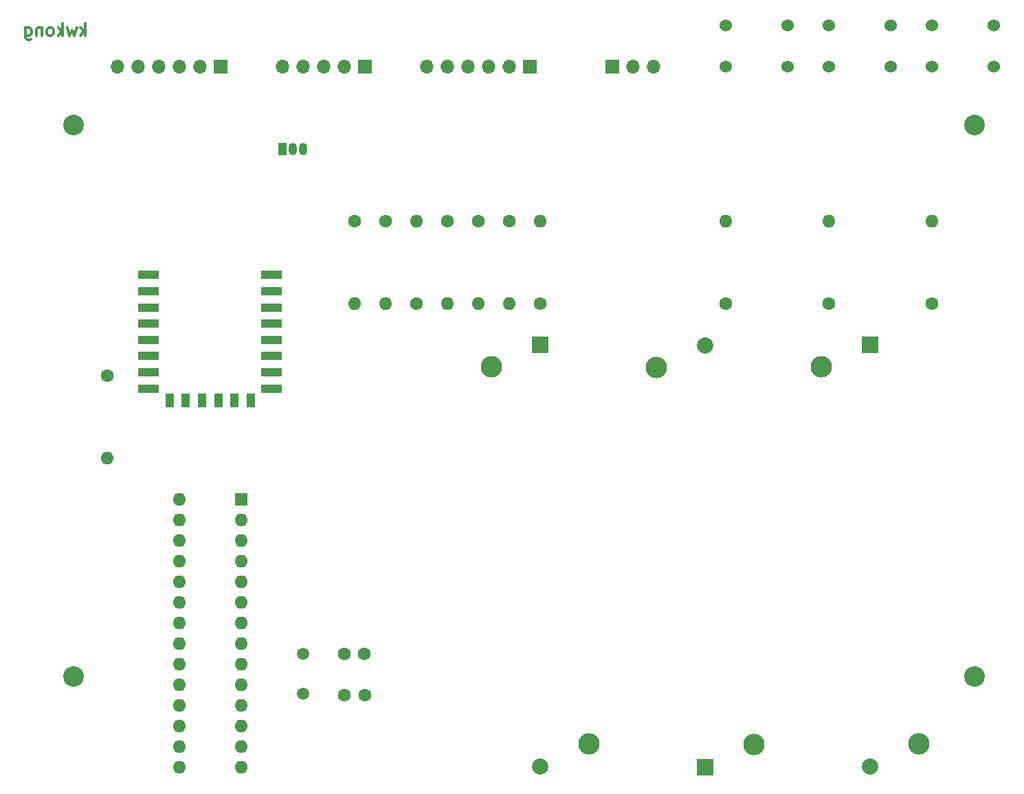
<source format=gbr>
%TF.GenerationSoftware,KiCad,Pcbnew,(5.1.9)-1*%
%TF.CreationDate,2021-03-08T13:05:13-05:00*%
%TF.ProjectId,eInk-picture-frame,65496e6b-2d70-4696-9374-7572652d6672,rev?*%
%TF.SameCoordinates,Original*%
%TF.FileFunction,Soldermask,Bot*%
%TF.FilePolarity,Negative*%
%FSLAX46Y46*%
G04 Gerber Fmt 4.6, Leading zero omitted, Abs format (unit mm)*
G04 Created by KiCad (PCBNEW (5.1.9)-1) date 2021-03-08 13:05:13*
%MOMM*%
%LPD*%
G01*
G04 APERTURE LIST*
%ADD10C,0.300000*%
%ADD11O,1.700000X1.700000*%
%ADD12R,1.700000X1.700000*%
%ADD13C,2.540000*%
%ADD14C,1.500000*%
%ADD15C,1.524000*%
%ADD16O,1.600000X1.600000*%
%ADD17R,1.600000X1.600000*%
%ADD18C,1.600000*%
%ADD19R,2.500000X1.000000*%
%ADD20R,1.000000X1.800000*%
%ADD21R,1.050000X1.500000*%
%ADD22O,1.050000X1.500000*%
%ADD23R,2.000000X2.000000*%
%ADD24C,2.000000*%
%ADD25C,2.640000*%
G04 APERTURE END LIST*
D10*
X87498571Y-45763571D02*
X87498571Y-44263571D01*
X87355714Y-45192142D02*
X86927142Y-45763571D01*
X86927142Y-44763571D02*
X87498571Y-45335000D01*
X86427142Y-44763571D02*
X86141428Y-45763571D01*
X85855714Y-45049285D01*
X85570000Y-45763571D01*
X85284285Y-44763571D01*
X84712857Y-45763571D02*
X84712857Y-44263571D01*
X84570000Y-45192142D02*
X84141428Y-45763571D01*
X84141428Y-44763571D02*
X84712857Y-45335000D01*
X83284285Y-45763571D02*
X83427142Y-45692142D01*
X83498571Y-45620714D01*
X83570000Y-45477857D01*
X83570000Y-45049285D01*
X83498571Y-44906428D01*
X83427142Y-44835000D01*
X83284285Y-44763571D01*
X83070000Y-44763571D01*
X82927142Y-44835000D01*
X82855714Y-44906428D01*
X82784285Y-45049285D01*
X82784285Y-45477857D01*
X82855714Y-45620714D01*
X82927142Y-45692142D01*
X83070000Y-45763571D01*
X83284285Y-45763571D01*
X82141428Y-44763571D02*
X82141428Y-45763571D01*
X82141428Y-44906428D02*
X82070000Y-44835000D01*
X81927142Y-44763571D01*
X81712857Y-44763571D01*
X81570000Y-44835000D01*
X81498571Y-44977857D01*
X81498571Y-45763571D01*
X80141428Y-44763571D02*
X80141428Y-45977857D01*
X80212857Y-46120714D01*
X80284285Y-46192142D01*
X80427142Y-46263571D01*
X80641428Y-46263571D01*
X80784285Y-46192142D01*
X80141428Y-45692142D02*
X80284285Y-45763571D01*
X80570000Y-45763571D01*
X80712857Y-45692142D01*
X80784285Y-45620714D01*
X80855714Y-45477857D01*
X80855714Y-45049285D01*
X80784285Y-44906428D01*
X80712857Y-44835000D01*
X80570000Y-44763571D01*
X80284285Y-44763571D01*
X80141428Y-44835000D01*
D11*
%TO.C,J3*%
X157480000Y-49530000D03*
X154940000Y-49530000D03*
D12*
X152400000Y-49530000D03*
%TD*%
D13*
%TO.C,REF\u002A\u002A*%
X197050000Y-56770000D03*
X197050000Y-124770000D03*
X86050000Y-56770000D03*
X86050000Y-124770000D03*
%TD*%
D14*
%TO.C,Y1*%
X114300000Y-126820000D03*
X114300000Y-121920000D03*
%TD*%
D15*
%TO.C,U6*%
X186690000Y-44450000D03*
X186690000Y-49530000D03*
X179070000Y-44450000D03*
X179070000Y-49530000D03*
%TD*%
D16*
%TO.C,U5*%
X99060000Y-102870000D03*
X106680000Y-135890000D03*
X99060000Y-105410000D03*
X106680000Y-133350000D03*
X99060000Y-107950000D03*
X106680000Y-130810000D03*
X99060000Y-110490000D03*
X106680000Y-128270000D03*
X99060000Y-113030000D03*
X106680000Y-125730000D03*
X99060000Y-115570000D03*
X106680000Y-123190000D03*
X99060000Y-118110000D03*
X106680000Y-120650000D03*
X99060000Y-120650000D03*
X106680000Y-118110000D03*
X99060000Y-123190000D03*
X106680000Y-115570000D03*
X99060000Y-125730000D03*
X106680000Y-113030000D03*
X99060000Y-128270000D03*
X106680000Y-110490000D03*
X99060000Y-130810000D03*
X106680000Y-107950000D03*
X99060000Y-133350000D03*
X106680000Y-105410000D03*
X99060000Y-135890000D03*
D17*
X106680000Y-102870000D03*
%TD*%
D11*
%TO.C,U4*%
X129540000Y-49530000D03*
X132080000Y-49530000D03*
X134620000Y-49530000D03*
X137160000Y-49530000D03*
X139700000Y-49530000D03*
D12*
X142240000Y-49530000D03*
%TD*%
D15*
%TO.C,U2*%
X166370000Y-49530000D03*
X166370000Y-44450000D03*
X173990000Y-49530000D03*
X173990000Y-44450000D03*
%TD*%
D16*
%TO.C,R11*%
X128270000Y-68580000D03*
D18*
X128270000Y-78740000D03*
%TD*%
D16*
%TO.C,R10*%
X132080000Y-78740000D03*
D18*
X132080000Y-68580000D03*
%TD*%
D16*
%TO.C,R9*%
X179070000Y-68580000D03*
D18*
X179070000Y-78740000D03*
%TD*%
D16*
%TO.C,R8*%
X120650000Y-78740000D03*
D18*
X120650000Y-68580000D03*
%TD*%
D16*
%TO.C,R7*%
X124460000Y-78740000D03*
D18*
X124460000Y-68580000D03*
%TD*%
D16*
%TO.C,R6*%
X166370000Y-68580000D03*
D18*
X166370000Y-78740000D03*
%TD*%
D16*
%TO.C,R5*%
X135890000Y-78740000D03*
D18*
X135890000Y-68580000D03*
%TD*%
D16*
%TO.C,R4*%
X139700000Y-78740000D03*
D18*
X139700000Y-68580000D03*
%TD*%
D16*
%TO.C,R1*%
X143510000Y-68580000D03*
D18*
X143510000Y-78740000D03*
%TD*%
D11*
%TO.C,J2*%
X91440000Y-49530000D03*
X93980000Y-49530000D03*
X96520000Y-49530000D03*
X99060000Y-49530000D03*
X101600000Y-49530000D03*
D12*
X104140000Y-49530000D03*
%TD*%
D11*
%TO.C,J1*%
X111760000Y-49530000D03*
X114300000Y-49530000D03*
X116840000Y-49530000D03*
X119380000Y-49530000D03*
D12*
X121920000Y-49530000D03*
%TD*%
D18*
%TO.C,C2*%
X121920000Y-127000000D03*
X119420000Y-127000000D03*
%TD*%
%TO.C,C1*%
X121880000Y-121920000D03*
X119380000Y-121920000D03*
%TD*%
D15*
%TO.C,U3*%
X199390000Y-44450000D03*
X199390000Y-49530000D03*
X191770000Y-44450000D03*
X191770000Y-49530000D03*
%TD*%
D19*
%TO.C,U1*%
X110470000Y-75240000D03*
X110470000Y-77240000D03*
X110470000Y-79240000D03*
X110470000Y-81240000D03*
X110470000Y-83240000D03*
X110470000Y-85240000D03*
X110470000Y-87240000D03*
X110470000Y-89240000D03*
D20*
X107870000Y-90740000D03*
X105870000Y-90740000D03*
X103870000Y-90740000D03*
X101870000Y-90740000D03*
X99870000Y-90740000D03*
X97870000Y-90740000D03*
D19*
X95270000Y-89240000D03*
X95270000Y-87240000D03*
X95270000Y-85240000D03*
X95270000Y-83240000D03*
X95270000Y-81240000D03*
X95270000Y-79240000D03*
X95270000Y-77240000D03*
X95270000Y-75240000D03*
%TD*%
D16*
%TO.C,R3*%
X90170000Y-97790000D03*
D18*
X90170000Y-87630000D03*
%TD*%
D16*
%TO.C,R2*%
X191770000Y-68580000D03*
D18*
X191770000Y-78740000D03*
%TD*%
D21*
%TO.C,Q1*%
X111760000Y-59690000D03*
D22*
X114300000Y-59690000D03*
X113030000Y-59690000D03*
%TD*%
D23*
%TO.C,BT3*%
X143510000Y-83820000D03*
D24*
X143510000Y-135810000D03*
D25*
X149505000Y-133050000D03*
X137515000Y-86570000D03*
%TD*%
%TO.C,BT2*%
X169825000Y-133140000D03*
X157835000Y-86660000D03*
D24*
X163830000Y-83900000D03*
D23*
X163830000Y-135890000D03*
%TD*%
%TO.C,BT1*%
X184150000Y-83820000D03*
D24*
X184150000Y-135810000D03*
D25*
X190145000Y-133050000D03*
X178155000Y-86570000D03*
%TD*%
M02*

</source>
